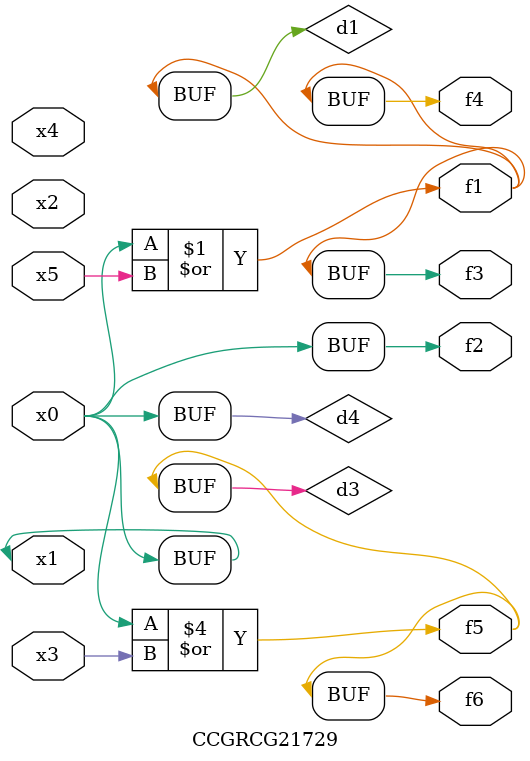
<source format=v>
module CCGRCG21729(
	input x0, x1, x2, x3, x4, x5,
	output f1, f2, f3, f4, f5, f6
);

	wire d1, d2, d3, d4;

	or (d1, x0, x5);
	xnor (d2, x1, x4);
	or (d3, x0, x3);
	buf (d4, x0, x1);
	assign f1 = d1;
	assign f2 = d4;
	assign f3 = d1;
	assign f4 = d1;
	assign f5 = d3;
	assign f6 = d3;
endmodule

</source>
